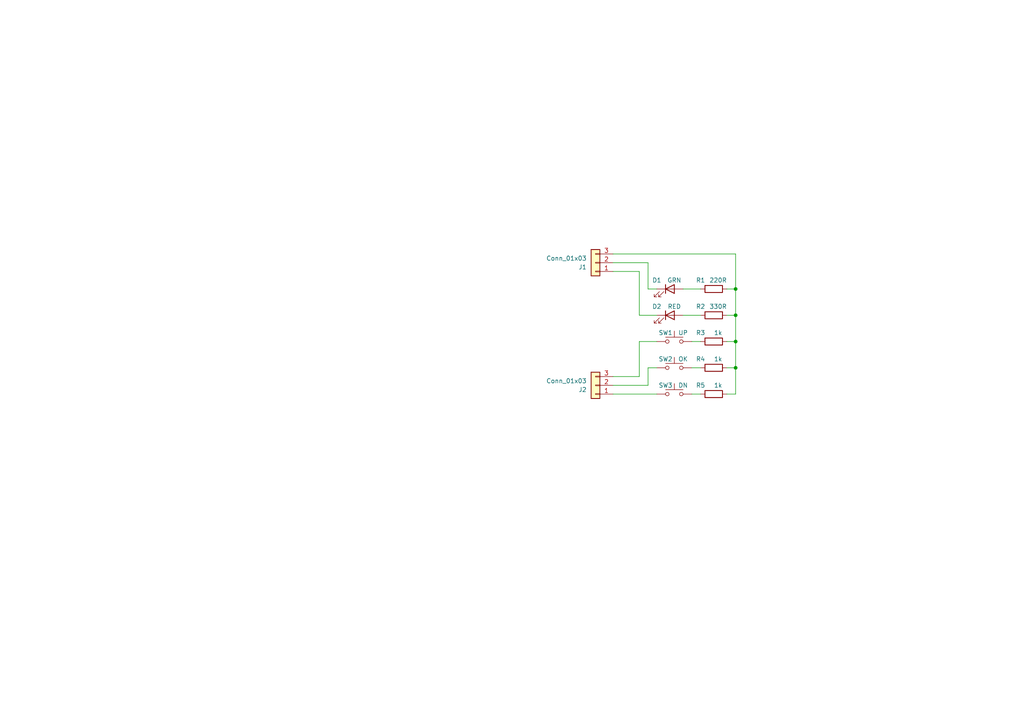
<source format=kicad_sch>
(kicad_sch (version 20230121) (generator eeschema)
  (paper "A4")
  (lib_symbols
    (symbol "Connector_Generic:Conn_01x03" (pin_names (offset 1.016) hide)
      (property "Reference" "J" (at 0 5.08 0))
      (property "Value" "Conn_01x03" (at 0 -5.08 0))
      (symbol "Conn_01x03_1_1"
        (rectangle (start -1.27 -2.413) (end 0 -2.667) (stroke (width 0.1524)))
        (rectangle (start -1.27 0.127) (end 0 -0.127) (stroke (width 0.1524)))
        (rectangle (start -1.27 2.667) (end 0 2.413) (stroke (width 0.1524)))
        (rectangle (start -1.27 3.81) (end 1.27 -3.81) (stroke (width 0.254)) (fill (type background)))
        (pin passive line (at -5.08 2.54 0) (length 3.81) (name "Pin_1") (number "1"))
        (pin passive line (at -5.08 0 0) (length 3.81) (name "Pin_2") (number "2"))
        (pin passive line (at -5.08 -2.54 0) (length 3.81) (name "Pin_3") (number "3"))
      )
    )
    (symbol "Device:LED" (pin_numbers hide) (pin_names (offset 1.016) hide)
      (property "Reference" "D" (at 0 2.54 0))
      (property "Value" "LED" (at 0 -2.54 0))
      (symbol "LED_0_1"
        (polyline (pts (xy -1.27 -1.27) (xy -1.27 1.27)) (stroke (width 0.254)))
        (polyline (pts (xy -1.27 0) (xy 1.27 0)))
        (polyline (pts (xy 1.27 -1.27) (xy 1.27 1.27) (xy -1.27 0) (xy 1.27 -1.27)) (stroke (width 0.254)))
        (polyline (pts (xy -3.048 -0.762) (xy -4.572 -2.286) (xy -3.81 -2.286) (xy -4.572 -2.286) (xy -4.572 -1.524)))
        (polyline (pts (xy -1.778 -0.762) (xy -3.302 -2.286) (xy -2.54 -2.286) (xy -3.302 -2.286) (xy -3.302 -1.524)))
      )
      (symbol "LED_1_1"
        (pin passive line (at -3.81 0 0) (length 2.54) (name "K") (number "1"))
        (pin passive line (at 3.81 0 180) (length 2.54) (name "A") (number "2"))
      )
    )
    (symbol "Device:R" (pin_numbers hide) (pin_names (offset 0))
      (property "Reference" "R" (at 2.032 0 90))
      (property "Value" "R" (at 0 0 90))
      (symbol "R_0_1"
        (rectangle (start -1.016 -2.54) (end 1.016 2.54) (stroke (width 0.254)))
      )
      (symbol "R_1_1"
        (pin passive line (at 0 3.81 270) (length 1.27) (name "~") (number "1"))
        (pin passive line (at 0 -3.81 90) (length 1.27) (name "~") (number "2"))
      )
    )
    (symbol "Switch:SW_Push" (pin_numbers hide) (pin_names (offset 1.016) hide)
      (property "Reference" "SW" (at 1.27 2.54 0))
      (property "Value" "SW_Push" (at 0 -1.524 0))
      (symbol "SW_Push_0_1"
        (circle (center -2.032 0) (radius 0.508))
        (polyline (pts (xy 0 1.27) (xy 0 3.048)))
        (polyline (pts (xy 2.54 1.27) (xy -2.54 1.27)))
        (circle (center 2.032 0) (radius 0.508))
        (pin passive line (at -5.08 0 0) (length 2.54) (name "1") (number "1"))
        (pin passive line (at 5.08 0 180) (length 2.54) (name "2") (number "2"))
      )
    )
  )
  (junction (at 213.36 91.44))
  (junction (at 213.36 99.06))
  (junction (at 213.36 106.68))
  (junction (at 213.36 83.82))
  (wire (pts (xy 213.36 73.66) (xy 213.36 83.82)))
  (wire (pts (xy 200.66 99.06) (xy 203.2 99.06)))
  (wire (pts (xy 190.5 99.06) (xy 185.42 99.06)))
  (wire (pts (xy 187.96 83.82) (xy 187.96 76.2)))
  (wire (pts (xy 200.66 114.3) (xy 203.2 114.3)))
  (wire (pts (xy 210.82 106.68) (xy 213.36 106.68)))
  (wire (pts (xy 190.5 106.68) (xy 187.96 106.68)))
  (wire (pts (xy 198.12 83.82) (xy 203.2 83.82)))
  (wire (pts (xy 185.42 91.44) (xy 190.5 91.44)))
  (wire (pts (xy 213.36 99.06) (xy 213.36 91.44)))
  (wire (pts (xy 187.96 111.76) (xy 177.8 111.76)))
  (wire (pts (xy 198.12 91.44) (xy 203.2 91.44)))
  (wire (pts (xy 177.8 114.3) (xy 190.5 114.3)))
  (wire (pts (xy 187.96 106.68) (xy 187.96 111.76)))
  (wire (pts (xy 177.8 78.74) (xy 185.42 78.74)))
  (wire (pts (xy 187.96 76.2) (xy 177.8 76.2)))
  (wire (pts (xy 210.82 114.3) (xy 213.36 114.3)))
  (wire (pts (xy 190.5 83.82) (xy 187.96 83.82)))
  (wire (pts (xy 185.42 78.74) (xy 185.42 91.44)))
  (wire (pts (xy 210.82 99.06) (xy 213.36 99.06)))
  (wire (pts (xy 213.36 114.3) (xy 213.36 106.68)))
  (wire (pts (xy 213.36 106.68) (xy 213.36 99.06)))
  (wire (pts (xy 210.82 83.82) (xy 213.36 83.82)))
  (wire (pts (xy 213.36 91.44) (xy 210.82 91.44)))
  (wire (pts (xy 213.36 83.82) (xy 213.36 91.44)))
  (wire (pts (xy 200.66 106.68) (xy 203.2 106.68)))
  (wire (pts (xy 185.42 99.06) (xy 185.42 109.22)))
  (wire (pts (xy 177.8 73.66) (xy 213.36 73.66)))
  (wire (pts (xy 185.42 109.22) (xy 177.8 109.22)))
  (symbol (lib_id "Device:R") (at 207.01 91.44 90) (unit 1)
    (property "Reference" "R2" (at 203.2 88.9 90))
    (property "Value" "330R" (at 208.28 88.9 90))
    (property "Footprint" "Resistor_SMD:R_0603_1608Metric_Pad0.98x0.95mm_HandSolder" (effects hide))
  )
  (symbol (lib_id "Device:R") (at 207.01 114.3 90) (unit 1)
    (property "Reference" "R5" (at 203.2 111.76 90))
    (property "Value" "1k" (at 208.28 111.76 90))
    (property "Footprint" "Resistor_SMD:R_0603_1608Metric_Pad0.98x0.95mm_HandSolder" (effects hide))
  )
  (symbol (lib_id "Device:R") (at 207.01 83.82 90) (unit 1)
    (property "Reference" "R1" (at 203.2 81.28 90))
    (property "Value" "220R" (at 208.28 81.28 90))
    (property "Footprint" "Resistor_SMD:R_0603_1608Metric_Pad0.98x0.95mm_HandSolder" (effects hide))
  )
  (symbol (lib_id "Switch:SW_Push") (at 195.58 106.68 0) (unit 1)
    (property "Reference" "SW2" (at 193.04 104.14 0))
    (property "Value" "OK" (at 198.12 104.14 0))
    (property "Footprint" "USER:SW_SPST_CK_PTS641" (effects hide))
  )
  (symbol (lib_id "Connector_Generic:Conn_01x03") (at 172.72 76.2 180) (unit 1)
    (property "Reference" "J1" (at 170.18 77.47 0) (effects (justify left)))
    (property "Value" "Conn_01x03" (at 170.18 74.93 0) (effects (justify left)))
    (property "Footprint" "Connector_PinHeader_2.54mm:PinHeader_1x03_P2.54mm_Horizontal" (effects hide))
  )
  (symbol (lib_id "Device:LED") (at 194.31 91.44 0) (unit 1)
    (property "Reference" "D2" (at 190.5 88.9 0))
    (property "Value" "RED" (at 195.58 88.9 0))
    (property "Footprint" "LED_SMD:LED_0805_2012Metric_Pad1.15x1.40mm_HandSolder" (effects hide))
  )
  (symbol (lib_id "Device:R") (at 207.01 106.68 90) (unit 1)
    (property "Reference" "R4" (at 203.2 104.14 90))
    (property "Value" "1k" (at 208.28 104.14 90))
    (property "Footprint" "Resistor_SMD:R_0603_1608Metric_Pad0.98x0.95mm_HandSolder" (effects hide))
  )
  (symbol (lib_id "Switch:SW_Push") (at 195.58 99.06 0) (unit 1)
    (property "Reference" "SW1" (at 193.04 96.52 0))
    (property "Value" "UP" (at 198.12 96.52 0))
    (property "Footprint" "USER:SW_SPST_CK_PTS641" (effects hide))
  )
  (symbol (lib_id "Device:R") (at 207.01 99.06 90) (unit 1)
    (property "Reference" "R3" (at 203.2 96.52 90))
    (property "Value" "1k" (at 208.28 96.52 90))
    (property "Footprint" "Resistor_SMD:R_0603_1608Metric_Pad0.98x0.95mm_HandSolder" (effects hide))
  )
  (symbol (lib_id "Connector_Generic:Conn_01x03") (at 172.72 111.76 180) (unit 1)
    (property "Reference" "J2" (at 170.18 113.03 0) (effects (justify left)))
    (property "Value" "Conn_01x03" (at 170.18 110.49 0) (effects (justify left)))
    (property "Footprint" "Connector_PinHeader_2.54mm:PinHeader_1x03_P2.54mm_Horizontal" (effects hide))
  )
  (symbol (lib_id "Device:LED") (at 194.31 83.82 0) (unit 1)
    (property "Reference" "D1" (at 190.5 81.28 0))
    (property "Value" "GRN" (at 195.58 81.28 0))
    (property "Footprint" "LED_SMD:LED_0805_2012Metric_Pad1.15x1.40mm_HandSolder" (effects hide))
  )
  (symbol (lib_id "Switch:SW_Push") (at 195.58 114.3 0) (unit 1)
    (property "Reference" "SW3" (at 193.04 111.76 0))
    (property "Value" "DN" (at 198.12 111.76 0))
    (property "Footprint" "USER:SW_SPST_CK_PTS641" (effects hide))
  )
)
</source>
